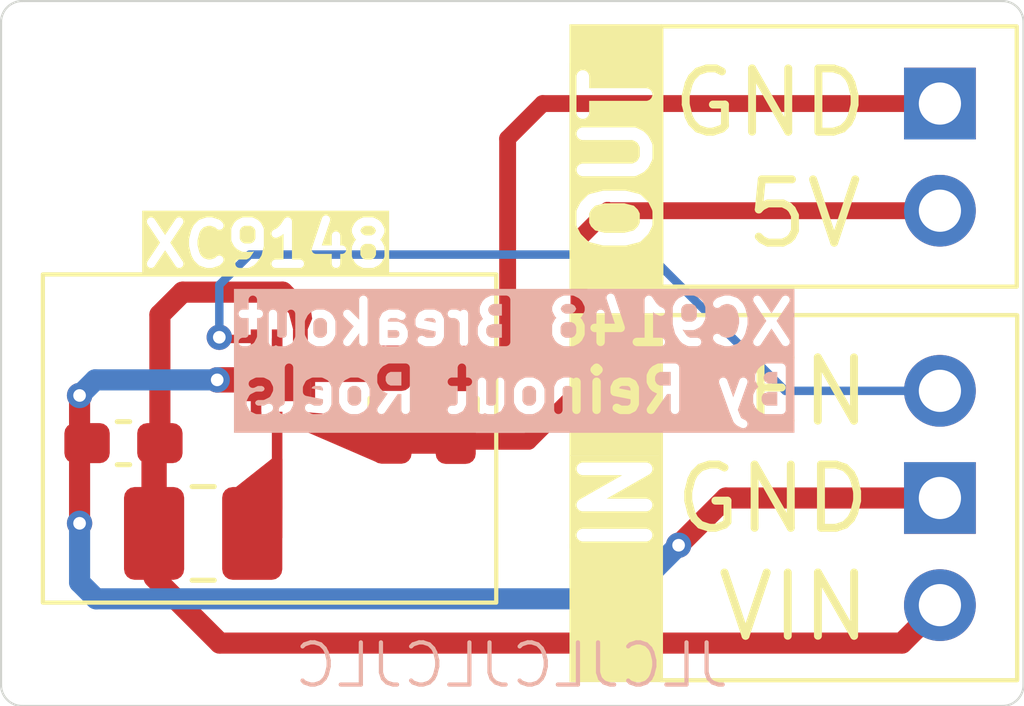
<source format=kicad_pcb>
(kicad_pcb (version 20240108) (generator "pcbnew") (generator_version "8.0")
  (layers (0 "F.Cu" signal) (31 "B.Cu" signal) (34 "B.Paste" user) (35 "F.Paste" user) (36 "B.SilkS" user "B.Silkscreen") (37 "F.SilkS" user "F.Silkscreen") (38 "B.Mask" user) (39 "F.Mask" user) (44 "Edge.Cuts" user))
  (net 0 "")
  (net 1 "IN")
  (net 2 "GND")
  (net 3 "OUT")
  (net 4 "LX")
  (net 5 "ENABLE")
  (footprint "Inductor_SMD:L_1008_2520Metric_Pad1.43x2.20mm_HandSolder" (layer "F.Cu") (at 99.9575 64.93 180)
    (property "Reference" "L1" (hide yes))
    (property "Value" "4.7uH" (hide yes))
    (fp_line (start -0.261252 1.11) (end 0.261252 1.11) (stroke (width 0.12)) (layer "F.SilkS"))
    (fp_line (start -0.261252 -1.11) (end 0.261252 -1.11) (stroke (width 0.12)) (layer "F.SilkS"))
    (pad "1" smd roundrect (at -1.1625 0 180) (size 1.425 2.2) (layers "F.Cu" "F.Paste" "F.Mask") (roundrect_rratio 0.175439) (net 4 "LX"))
    (pad "2" smd roundrect (at 1.1625 0 180) (size 1.425 2.2) (layers "F.Cu" "F.Paste" "F.Mask") (roundrect_rratio 0.175439) (net 1 "IN"))
  )
  (footprint "Capacitor_SMD:C_0603_1608Metric_Pad1.08x0.95mm_HandSolder" (layer "F.Cu") (at 105.94 61.8825 90)
    (property "Reference" "C3" (hide yes))
    (property "Value" "10uF" (hide yes))
    (fp_line (start -0.146267 -0.51) (end 0.146267 -0.51) (stroke (width 0.12)) (layer "F.SilkS"))
    (fp_line (start -0.146267 0.51) (end 0.146267 0.51) (stroke (width 0.12)) (layer "F.SilkS"))
    (pad "1" smd roundrect (at -0.8625 0 90) (size 1.075 0.95) (layers "F.Cu" "F.Paste" "F.Mask") (net 3 "OUT"))
    (pad "2" smd roundrect (at 0.8625 0 90) (size 1.075 0.95) (layers "F.Cu" "F.Paste" "F.Mask") (net 2 "GND"))
  )
  (footprint "Connector_PinHeader_2.54mm:PinHeader_1x02_P2.54mm_Vertical" (layer "F.Cu") (at 117.41 57.28 180)
    (property "Reference" "J4" (hide yes))
    (property "Value" "Conn_01x02" (hide yes))
    (pad "1" thru_hole circle (at 0 0 180) (size 1.7 1.7) (drill 1) (layers "*.Cu" "*.Mask") (net 3 "OUT"))
    (pad "2" thru_hole rect (at 0 2.54 180) (size 1.7 1.7) (drill 1) (layers "*.Cu" "*.Mask") (net 2 "GND"))
  )
  (footprint "Capacitor_SMD:C_0603_1608Metric_Pad1.08x0.95mm_HandSolder" (layer "F.Cu") (at 98.07 62.79)
    (property "Reference" "C1" (hide yes))
    (property "Value" "10uF" (hide yes))
    (fp_line (start -0.146267 -0.51) (end 0.146267 -0.51) (stroke (width 0.12)) (layer "F.SilkS"))
    (fp_line (start -0.146267 0.51) (end 0.146267 0.51) (stroke (width 0.12)) (layer "F.SilkS"))
    (pad "1" smd roundrect (at -0.8625 0) (size 1.075 0.95) (layers "F.Cu" "F.Paste" "F.Mask") (net 2 "GND"))
    (pad "2" smd roundrect (at 0.8625 0) (size 1.075 0.95) (layers "F.Cu" "F.Paste" "F.Mask") (net 1 "IN"))
  )
  (footprint "Capacitor_SMD:C_0603_1608Metric_Pad1.08x0.95mm_HandSolder" (layer "F.Cu") (at 104.42 61.8775 90)
    (property "Reference" "C2" (hide yes))
    (property "Value" "10uF" (hide yes))
    (fp_line (start -0.146267 -0.51) (end 0.146267 -0.51) (stroke (width 0.12)) (layer "F.SilkS"))
    (fp_line (start -0.146267 0.51) (end 0.146267 0.51) (stroke (width 0.12)) (layer "F.SilkS"))
    (pad "1" smd roundrect (at -0.8625 0 90) (size 1.075 0.95) (layers "F.Cu" "F.Paste" "F.Mask") (net 3 "OUT"))
    (pad "2" smd roundrect (at 0.8625 0 90) (size 1.075 0.95) (layers "F.Cu" "F.Paste" "F.Mask") (net 2 "GND"))
  )
  (footprint "Connector_PinHeader_2.54mm:PinHeader_1x03_P2.54mm_Vertical" (layer "F.Cu") (at 117.41 66.63 180)
    (property "Reference" "J3" (hide yes))
    (property "Value" "Conn_01x03" (hide yes))
    (pad "1" thru_hole circle (at 0 0 180) (size 1.7 1.7) (drill 1) (layers "*.Cu" "*.Mask") (net 1 "IN"))
    (pad "2" thru_hole rect (at 0 2.54 180) (size 1.7 1.7) (drill 1) (layers "*.Cu" "*.Mask") (net 2 "GND"))
    (pad "3" thru_hole oval (at 0 5.08 180) (size 1.7 1.7) (drill 1) (layers "*.Cu" "*.Mask") (net 5 "ENABLE"))
  )
  (footprint "XC9148G50CER-G:XC9147_8_USP-6C" (layer "F.Cu") (at 101.71 61.295 -90)
    (property "Reference" "IC1" (hide yes))
    (property "Value" "XC9148G50CER-G" (hide yes))
    (fp_line (start -1.8 -0.6) (end -1.8 -0.6) (stroke (width 0.1)) (layer "F.SilkS"))
    (fp_line (start -1.7 -0.6) (end -1.7 -0.6) (stroke (width 0.1)) (layer "F.SilkS"))
    (fp_arc (start -1.8 -0.6) (mid -1.75 -0.65) (end -1.7 -0.6) (stroke (width 0.1)) (layer "F.SilkS"))
    (fp_arc (start -1.7 -0.6) (mid -1.75 -0.55) (end -1.8 -0.6) (stroke (width 0.1)) (layer "F.SilkS"))
    (pad "1" smd rect (at -0.975 -0.55) (size 0.35 0.45) (layers "F.Cu" "F.Paste" "F.Mask") (net 1 "IN"))
    (pad "2" smd rect (at -0.975 0) (size 0.25 0.45) (layers "F.Cu" "F.Paste" "F.Mask") (net 2 "GND"))
    (pad "3" smd rect (at -0.975 0.5) (size 0.25 0.45) (layers "F.Cu" "F.Paste" "F.Mask") (net 5 "ENABLE"))
    (pad "4" smd rect (at 0.975 0.5) (size 0.25 0.45) (layers "F.Cu" "F.Paste" "F.Mask") (net 2 "GND"))
    (pad "5" smd rect (at 0.975 0) (size 0.25 0.45) (layers "F.Cu" "F.Paste" "F.Mask") (net 4 "LX"))
    (pad "6" smd rect (at 0.975 -0.5) (size 0.25 0.45) (layers "F.Cu" "F.Paste" "F.Mask") (net 3 "OUT"))
    (pad "7" smd rect (at 0 0 270) (size 1 1.6) (layers "F.Cu" "F.Paste" "F.Mask") (net 2 "GND"))
    (pad "8" smd rect (at 0 -0.85) (size 0.1 0.9) (layers "F.Cu" "F.Paste" "F.Mask") (net 2 "GND"))
    (pad "9" smd rect (at 0 0.85) (size 0.1 0.9) (layers "F.Cu" "F.Paste" "F.Mask") (net 2 "GND"))
  )
  (gr_poly (pts (xy 102.09 60.1) (xy 101.98 59.68) (xy 102.38 59.41) (xy 102.5 59.57) (xy 102.54 59.84) (xy 102.43 60.1)) (stroke (width 0.001)) (fill solid) (layer "F.Cu") (net 1))
  (gr_poly (pts (xy 102.33 62.05) (xy 104.18 62.21) (xy 104.11 63.26) (xy 102.33 62.49)) (stroke (width 0.001)) (fill solid) (layer "F.Cu") (net 3))
  (gr_rect (start 108.635 58.19) (end 110.825 59.135) (stroke (width 0.0001)) (fill solid) (layer "F.SilkS"))
  (gr_rect (start 96.16 58.79) (end 106.9 66.57) (stroke (width 0.1)) (fill none) (layer "F.SilkS"))
  (gr_rect (start 110.8 59.755) (end 119.24 68.41) (stroke (width 0.1)) (fill none) (layer "F.SilkS"))
  (gr_rect (start 110.81 52.91) (end 119.23 59.08) (stroke (width 0.1)) (fill none) (layer "F.SilkS"))
  (gr_rect (start 108.635 52.86) (end 110.825 53.805) (stroke (width 0.0001)) (fill solid) (layer "F.SilkS"))
  (gr_rect (start 108.635 59.71) (end 110.825 63.085) (stroke (width 0.0001)) (fill solid) (layer "F.SilkS"))
  (gr_rect (start 108.635 65.18) (end 110.825 68.455) (stroke (width 0.0001)) (fill solid) (layer "F.SilkS"))
  (gr_line (start 95.67 52.31) (end 118.89 52.31) (stroke (width 0.05)) (layer "Edge.Cuts"))
  (gr_arc (start 119.39 68.52) (mid 119.243553 68.873553) (end 118.89 69.02) (stroke (width 0.05)) (layer "Edge.Cuts"))
  (gr_line (start 119.39 52.81) (end 119.39 68.52) (stroke (width 0.05)) (layer "Edge.Cuts"))
  (gr_arc (start 95.67 69.02) (mid 95.316447 68.873553) (end 95.17 68.52) (stroke (width 0.05)) (layer "Edge.Cuts"))
  (gr_arc (start 118.89 52.31) (mid 119.243553 52.456447) (end 119.39 52.81) (stroke (width 0.05)) (layer "Edge.Cuts"))
  (gr_line (start 118.89 69.02) (end 95.67 69.02) (stroke (width 0.05)) (layer "Edge.Cuts"))
  (gr_arc (start 95.17 52.81) (mid 95.316447 52.456447) (end 95.67 52.31) (stroke (width 0.05)) (layer "Edge.Cuts"))
  (gr_line (start 95.17 68.52) (end 95.17 52.81) (stroke (width 0.05)) (layer "Edge.Cuts"))
  (gr_text "JLCJLCJLCJLC" (at 112.472858 68.64 0) (layer "B.SilkS") (effects (font (size 1 1) (thickness 0.1)) (justify left bottom mirror)))
  (gr_text "XC9148 Breakout\nBy Reinout Roels" (at 114.02762 62.133972 0) (layer "B.SilkS" knockout) (effects (font (size 1 1) (thickness 0.2) (bold yes)) (justify left bottom mirror)))
  (gr_text "5V" (at 112.71 58.23 0) (layer "F.SilkS") (effects (font (size 1.5 1.5) (thickness 0.1875)) (justify left bottom)))
  (gr_text "OUT" (at 110.65 58.437858 90) (layer "F.SilkS" knockout) (effects (font (size 1.5 1.5) (thickness 0.3) (bold yes)) (justify left bottom)))
  (gr_text "EN" (at 112.68 62.45 0) (layer "F.SilkS") (effects (font (size 1.5 1.5) (thickness 0.1875)) (justify left bottom)))
  (gr_text "XC9148" (at 98.449048 58.67 0) (layer "F.SilkS" knockout) (effects (font (size 1 1) (thickness 0.2) (bold yes)) (justify left bottom)))
  (gr_text "GND" (at 111.04 64.99 0) (layer "F.SilkS") (effects (font (size 1.5 1.5) (thickness 0.1875)) (justify left bottom)))
  (gr_text "VIN" (at 112.04 67.55 0) (layer "F.SilkS") (effects (font (size 1.5 1.5) (thickness 0.1875)) (justify left bottom)))
  (gr_text "GND" (at 110.98 55.6 0) (layer "F.SilkS") (effects (font (size 1.5 1.5) (thickness 0.1875)) (justify left bottom)))
  (gr_text "IN" (at 110.65 65.525358 90) (layer "F.SilkS" knockout) (effects (font (size 1.5 1.5) (thickness 0.3) (bold yes)) (justify left bottom)))
  (segment (start 101.84 59.21) (end 102.26 59.63) (width 0.5) (layer "F.Cu") (net 1))
  (segment (start 99.47 59.21) (end 101.84 59.21) (width 0.5) (layer "F.Cu") (net 1))
  (segment (start 98.795 64.93) (end 98.795 62.9275) (width 0.6) (layer "F.Cu") (net 1))
  (segment (start 98.795 62.9275) (end 98.9325 62.79) (width 0.2) (layer "F.Cu") (net 1))
  (segment (start 100.35 67.53) (end 116.51 67.53) (width 0.5) (layer "F.Cu") (net 1))
  (segment (start 98.9325 59.7475) (end 99.47 59.21) (width 0.5) (layer "F.Cu") (net 1))
  (segment (start 102.29 60.29) (end 102.26 60.32) (width 0.2) (layer "F.Cu") (net 1))
  (segment (start 116.51 67.53) (end 117.41 66.63) (width 0.5) (layer "F.Cu") (net 1))
  (segment (start 98.795 64.93) (end 98.795 65.975) (width 0.4) (layer "F.Cu") (net 1))
  (segment (start 117.38 66.63) (end 117.31 66.7) (width 0.4) (layer "F.Cu") (net 1))
  (segment (start 99 64.725) (end 98.795 64.93) (width 0.2) (layer "F.Cu") (net 1))
  (segment (start 98.795 65.975) (end 100.35 67.53) (width 0.5) (layer "F.Cu") (net 1))
  (segment (start 98.9325 62.79) (end 98.9325 59.7475) (width 0.5) (layer "F.Cu") (net 1))
  (segment (start 117.41 66.63) (end 117.38 66.63) (width 0.4) (layer "F.Cu") (net 1))
  (segment (start 97.03 62.9675) (end 97.2075 62.79) (width 0.5) (layer "F.Cu") (net 2))
  (segment (start 97.03 64.69) (end 97.03 62.9675) (width 0.5) (layer "F.Cu") (net 2))
  (segment (start 97.03 62.6125) (end 97.2075 62.79) (width 0.2) (layer "F.Cu") (net 2))
  (segment (start 105.935 61.015) (end 105.94 61.02) (width 0.4) (layer "F.Cu") (net 2))
  (segment (start 101.21 61.795) (end 101.71 61.295) (width 0.2) (layer "F.Cu") (net 2))
  (segment (start 112.34 64.09) (end 117.41 64.09) (width 0.5) (layer "F.Cu") (net 2))
  (segment (start 108 54.74) (end 117.41 54.74) (width 0.4) (layer "F.Cu") (net 2))
  (segment (start 102.4725 61.09) (end 104.335 61.09) (width 0.5) (layer "F.Cu") (net 2))
  (segment (start 111.22 65.21) (end 112.34 64.09) (width 0.5) (layer "F.Cu") (net 2))
  (segment (start 107.17 55.57) (end 108 54.74) (width 0.4) (layer "F.Cu") (net 2))
  (segment (start 106.9 61.02) (end 107.17 60.75) (width 0.4) (layer "F.Cu") (net 2))
  (segment (start 107.17 60.75) (end 107.17 55.57) (width 0.4) (layer "F.Cu") (net 2))
  (segment (start 104.335 61.1) (end 104.42 61.015) (width 0.4) (layer "F.Cu") (net 2))
  (segment (start 101.21 62.27) (end 101.21 61.795) (width 0.25) (layer "F.Cu") (net 2))
  (segment (start 101.705 61.29) (end 101.71 61.295) (width 0.2) (layer "F.Cu") (net 2))
  (segment (start 101.705 61.3) (end 101.71 61.295) (width 0.2) (layer "F.Cu") (net 2))
  (segment (start 100.29 61.29) (end 101.705 61.29) (width 0.6) (layer "F.Cu") (net 2))
  (segment (start 104.42 61.015) (end 105.935 61.015) (width 0.5) (layer "F.Cu") (net 2))
  (segment (start 105.94 61.02) (end 106.9 61.02) (width 0.4) (layer "F.Cu") (net 2))
  (segment (start 101.71 60.32) (end 101.71 61.295) (width 0.25) (layer "F.Cu") (net 2))
  (segment (start 97.03 61.66) (end 97.03 62.6125) (width 0.5) (layer "F.Cu") (net 2))
  (via (at 100.29 61.29) (size 0.6) (drill 0.3) (layers "F.Cu" "B.Cu") (net 2))
  (via (at 97.03 61.66) (size 0.6) (drill 0.3) (layers "F.Cu" "B.Cu") (net 2))
  (via (at 111.22 65.21) (size 0.6) (drill 0.3) (layers "F.Cu" "B.Cu") (net 2))
  (via (at 97.03 64.69) (size 0.6) (drill 0.3) (layers "F.Cu" "B.Cu") (net 2))
  (segment (start 111.22 65.21) (end 109.95 66.48) (width 0.5) (layer "B.Cu") (net 2))
  (segment (start 97.4 61.29) (end 100.29 61.29) (width 0.5) (layer "B.Cu") (net 2))
  (segment (start 97.42 66.48) (end 97.03 66.09) (width 0.5) (layer "B.Cu") (net 2))
  (segment (start 109.95 66.48) (end 97.42 66.48) (width 0.5) (layer "B.Cu") (net 2))
  (segment (start 97.03 61.66) (end 97.4 61.29) (width 0.5) (layer "B.Cu") (net 2))
  (segment (start 97.03 66.09) (end 97.03 64.69) (width 0.5) (layer "B.Cu") (net 2))
  (segment (start 109.54 57.27) (end 109.55 57.28) (width 0.4) (layer "F.Cu") (net 3))
  (segment (start 109.55 57.28) (end 117.41 57.28) (width 0.4) (layer "F.Cu") (net 3))
  (segment (start 104.42 62.74) (end 105.935 62.74) (width 0.6) (layer "F.Cu") (net 3))
  (segment (start 108.86 61.55) (end 108.86 57.95) (width 0.4) (layer "F.Cu") (net 3))
  (segment (start 105.94 62.745) (end 107.665 62.745) (width 0.4) (layer "F.Cu") (net 3))
  (segment (start 107.665 62.745) (end 108.86 61.55) (width 0.4) (layer "F.Cu") (net 3))
  (segment (start 105.935 62.74) (end 105.94 62.745) (width 0.2) (layer "F.Cu") (net 3))
  (segment (start 108.86 57.95) (end 109.54 57.27) (width 0.4) (layer "F.Cu") (net 3))
  (segment (start 101.71 64.335) (end 101.115 64.93) (width 0.2) (layer "F.Cu") (net 4))
  (segment (start 101.71 62.27) (end 101.71 64.335) (width 0.25) (layer "F.Cu") (net 4))
  (segment (start 100.38 60.32) (end 100.34 60.28) (width 0.2) (layer "F.Cu") (net 5))
  (segment (start 101.21 60.32) (end 100.38 60.32) (width 0.2) (layer "F.Cu") (net 5))
  (via (at 100.34 60.28) (size 0.6) (drill 0.3) (layers "F.Cu" "B.Cu") (net 5))
  (segment (start 101.06 58.32) (end 110.52 58.32) (width 0.2) (layer "B.Cu") (net 5))
  (segment (start 100.34 59.04) (end 101.06 58.32) (width 0.2) (layer "B.Cu") (net 5))
  (segment (start 100.34 60.28) (end 100.34 59.04) (width 0.2) (layer "B.Cu") (net 5))
  (segment (start 110.52 58.32) (end 113.75 61.55) (width 0.2) (layer "B.Cu") (net 5))
  (segment (start 113.75 61.55) (end 117.41 61.55) (width 0.2) (layer "B.Cu") (net 5))
)
</source>
